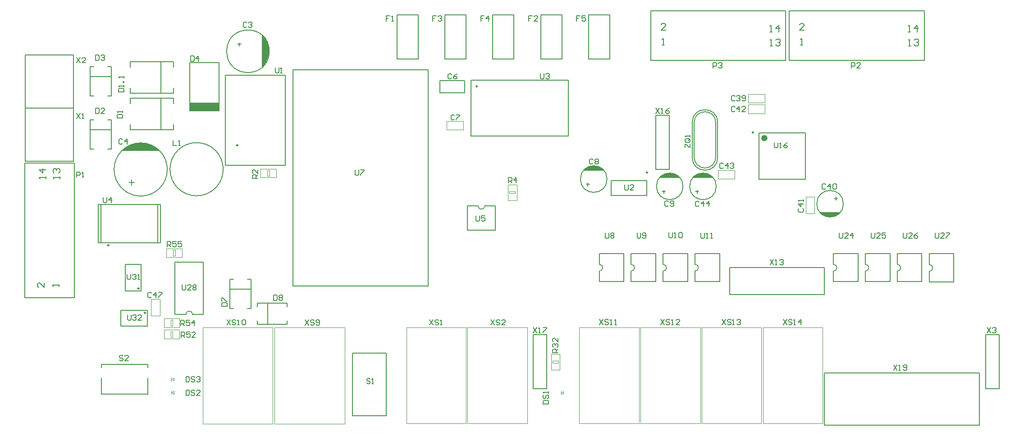
<source format=gto>
G04 Layer_Color=65535*
%FSLAX42Y42*%
%MOMM*%
G71*
G01*
G75*
%ADD32C,0.25*%
%ADD34C,0.60*%
%ADD41C,0.25*%
%ADD66C,0.18*%
%ADD67C,0.20*%
%ADD68C,0.10*%
%ADD69C,0.20*%
%ADD70R,5.50X1.50*%
G36*
X12313Y3918D02*
X12361Y3903D01*
X12406Y3880D01*
X12445Y3848D01*
X12453Y3838D01*
X12072Y3838D01*
X12072Y3838D01*
X12080Y3848D01*
X12119Y3880D01*
X12164Y3903D01*
X12212Y3918D01*
X12262Y3923D01*
X12313Y3918D01*
D02*
G37*
G36*
X11688D02*
X11736Y3903D01*
X11781Y3880D01*
X11820Y3848D01*
X11828Y3838D01*
X11447Y3838D01*
X11447Y3838D01*
X11455Y3848D01*
X11494Y3880D01*
X11539Y3903D01*
X11587Y3918D01*
X11637Y3923D01*
X11688Y3918D01*
D02*
G37*
G36*
X14840Y3190D02*
X14832Y3180D01*
X14793Y3148D01*
X14749Y3124D01*
X14700Y3109D01*
X14650Y3104D01*
X14600Y3109D01*
X14551Y3124D01*
X14507Y3148D01*
X14468Y3180D01*
X14460Y3190D01*
X14840Y3190D01*
X14840Y3190D01*
D02*
G37*
G36*
X3988Y6511D02*
X4024Y6471D01*
X4054Y6426D01*
X4078Y6377D01*
X4095Y6326D01*
X4106Y6273D01*
X4109Y6219D01*
X4106Y6165D01*
X4095Y6112D01*
X4078Y6060D01*
X4054Y6012D01*
X4024Y5967D01*
X3988Y5926D01*
X3973Y5912D01*
X3972Y6525D01*
X3973Y6525D01*
X3988Y6511D01*
D02*
G37*
G36*
X1774Y4492D02*
X1836Y4480D01*
X1895Y4459D01*
X1952Y4432D01*
X2004Y4397D01*
X2052Y4355D01*
X2060Y4345D01*
X1343Y4345D01*
X1342Y4345D01*
X1352Y4356D01*
X1399Y4397D01*
X1451Y4432D01*
X1507Y4460D01*
X1566Y4480D01*
X1628Y4492D01*
X1690Y4496D01*
X1700Y4495D01*
X1700Y4495D01*
X1711Y4496D01*
X1774Y4492D01*
D02*
G37*
G36*
X10260Y4056D02*
X10309Y4041D01*
X10353Y4017D01*
X10392Y3985D01*
X10400Y3975D01*
X10020Y3975D01*
X10020Y3975D01*
X10028Y3985D01*
X10067Y4017D01*
X10111Y4041D01*
X10160Y4056D01*
X10210Y4061D01*
X10260Y4056D01*
D02*
G37*
D32*
X1790Y1300D02*
G03*
X1790Y1300I-12J0D01*
G01*
X1670Y1758D02*
G03*
X1670Y1758I-12J0D01*
G01*
X13210Y4692D02*
G03*
X13210Y4692I-12J0D01*
G01*
X3525Y4450D02*
G03*
X3525Y4450I-12J0D01*
G01*
X11220Y3938D02*
G03*
X11220Y3938I-12J0D01*
G01*
X8021Y5558D02*
G03*
X8021Y5558I-12J0D01*
G01*
D34*
X13445Y4585D02*
G03*
X13445Y4585I-30J0D01*
G01*
D41*
X1103Y2570D02*
G03*
X1103Y2570I-13J0D01*
G01*
D66*
X12503Y4876D02*
G03*
X12097Y4878I-203J1D01*
G01*
X12097Y4226D02*
G03*
X12503Y4225I203J-1D01*
G01*
X12539Y4880D02*
G03*
X12061Y4880I-239J-0D01*
G01*
Y4220D02*
G03*
X12539Y4220I239J0D01*
G01*
X12503Y4225D02*
Y4876D01*
X12097Y4226D02*
Y4878D01*
X12539Y4220D02*
Y4879D01*
X12061Y4220D02*
Y4879D01*
D67*
X2674Y1270D02*
G03*
X2547Y1270I-63J0D01*
G01*
X16515Y2082D02*
G03*
X16515Y2209I0J63D01*
G01*
X15914Y2086D02*
G03*
X15914Y2213I0J63D01*
G01*
X15314Y2086D02*
G03*
X15314Y2213I0J63D01*
G01*
X14714Y2086D02*
G03*
X14714Y2213I0J63D01*
G01*
X12114Y2087D02*
G03*
X12114Y2214I0J63D01*
G01*
X11514Y2086D02*
G03*
X11514Y2214I0J63D01*
G01*
X10914Y2086D02*
G03*
X10914Y2214I0J63D01*
G01*
X10314Y2086D02*
G03*
X10314Y2214I0J63D01*
G01*
X8037Y3311D02*
G03*
X8164Y3311I63J0D01*
G01*
X3250Y4000D02*
G03*
X3250Y4000I-500J0D01*
G01*
X12512Y3678D02*
G03*
X12512Y3678I-250J0D01*
G01*
X1700Y4495D02*
G03*
X1700Y4495I0J-500D01*
G01*
X4115Y6217D02*
G03*
X4115Y6217I-400J0D01*
G01*
X11888Y3678D02*
G03*
X11888Y3678I-250J0D01*
G01*
X10460Y3815D02*
G03*
X10460Y3815I-250J0D01*
G01*
X14900Y3350D02*
G03*
X14900Y3350I-250J0D01*
G01*
X2620Y5100D02*
X2620Y6000D01*
X3170Y5100D02*
Y6000D01*
X2620D02*
X3170D01*
X2620Y5100D02*
X3170D01*
X10113Y6068D02*
Y6903D01*
Y6068D02*
X10513Y6068D01*
Y6903D01*
X10113Y6903D02*
X10513Y6903D01*
X1328Y1050D02*
Y1350D01*
X1828Y1050D02*
Y1350D01*
X1328Y1050D02*
X1828D01*
X1328Y1350D02*
X1828D01*
X1408Y2208D02*
X1708D01*
X1408Y1708D02*
X1708D01*
X1408D02*
Y2208D01*
X1708Y1708D02*
Y2208D01*
X2345Y1270D02*
Y2250D01*
X2875Y1270D02*
Y2250D01*
X2345D02*
X2875D01*
X2345Y1270D02*
X2547D01*
X2674D02*
X2875D01*
X16515Y2410D02*
X16976D01*
X16515Y1880D02*
X16976Y1880D01*
X16976Y2410D02*
X16976Y1880D01*
X16515Y2209D02*
X16515Y2410D01*
X16515Y2082D02*
X16515Y1880D01*
X15914Y2415D02*
X16375D01*
X15914Y1885D02*
X16375Y1885D01*
X16375Y2415D02*
X16375Y1885D01*
X15914Y2213D02*
Y2415D01*
Y1885D02*
Y2086D01*
X15314Y2415D02*
X15775Y2415D01*
X15314Y1885D02*
X15775Y1885D01*
Y2415D01*
X15314Y2213D02*
Y2415D01*
Y1885D02*
X15314Y2086D01*
X14714Y2415D02*
X15175D01*
X14714Y1885D02*
X15175Y1885D01*
X15175Y2415D02*
X15175Y1885D01*
X14714Y2213D02*
X14714Y2415D01*
X14714Y1885D02*
X14714Y2086D01*
X13315Y3815D02*
X14185D01*
X13315Y4685D02*
X14185D01*
Y3815D02*
Y4685D01*
X13315Y3815D02*
Y4685D01*
X12114Y2415D02*
X12575Y2415D01*
X12114Y1885D02*
X12575D01*
Y2415D01*
X12114Y2214D02*
Y2415D01*
X12114Y2086D02*
X12114Y1885D01*
X11514Y2415D02*
X11975D01*
X11514Y1885D02*
X11975Y1885D01*
X11975Y2415D02*
X11975Y1885D01*
X11514Y2214D02*
Y2415D01*
Y1885D02*
Y2086D01*
X10914Y2415D02*
X11375D01*
X10914Y1885D02*
X11375D01*
Y2415D01*
X10914D02*
X10914Y2214D01*
X10914Y1885D02*
X10914Y2086D01*
X10314Y2415D02*
X10775D01*
X10314Y1885D02*
X10775Y1885D01*
Y2415D01*
X10314Y2214D02*
Y2415D01*
Y1885D02*
Y2086D01*
X4560Y5668D02*
Y5768D01*
X4560Y5868D02*
X7100D01*
X7100Y1808D01*
X4560Y1808D02*
X7100Y1808D01*
X4560Y1808D02*
Y5868D01*
X8365Y3311D02*
X8365Y2850D01*
X7835Y2850D02*
Y3311D01*
Y2850D02*
X8365Y2850D01*
X8164Y3311D02*
X8365D01*
X7835Y3311D02*
X8036Y3311D01*
X903Y2620D02*
X2071Y2620D01*
X2071Y3340D02*
X2071Y2620D01*
X903Y3340D02*
X2071Y3340D01*
X903Y2620D02*
Y3340D01*
X953Y2620D02*
Y3340D01*
X2023Y2620D02*
X2023Y3340D01*
X1003Y2620D02*
X1103D01*
X3290Y5767D02*
X4415D01*
Y4070D02*
Y5767D01*
X3290Y4070D02*
X3290Y5767D01*
X3290Y4070D02*
X4415D01*
X1838Y275D02*
Y330D01*
X1838Y-230D02*
Y75D01*
X963Y-230D02*
Y75D01*
X963D01*
X963Y275D02*
Y330D01*
Y-230D02*
X1838D01*
X963Y330D02*
X1838D01*
X5677Y-631D02*
Y546D01*
Y-631D02*
X6312D01*
Y546D01*
X5677D02*
X6312D01*
X8313Y6068D02*
Y6903D01*
Y6068D02*
X8713Y6068D01*
Y6903D01*
X8313Y6903D02*
X8713Y6903D01*
X7413Y6068D02*
Y6903D01*
Y6068D02*
X7813Y6068D01*
Y6903D01*
X7413Y6903D02*
X7813Y6903D01*
X9213Y6068D02*
Y6903D01*
Y6068D02*
X9613D01*
Y6903D01*
X9213D02*
X9613D01*
X6513Y6068D02*
Y6903D01*
Y6068D02*
X6913D01*
Y6903D01*
X6513D02*
X6913D01*
X4083Y1082D02*
Y1482D01*
X3892D02*
X3892Y1412D01*
X3892Y1082D02*
X3892Y1152D01*
X4447Y1412D02*
Y1482D01*
Y1082D02*
Y1152D01*
X3892Y1482D02*
X4447D01*
X3892Y1082D02*
X4447D01*
X3375Y1745D02*
X3775D01*
X3705Y1935D02*
X3775D01*
X3375D02*
X3445D01*
X3705Y1380D02*
X3775D01*
X3375D02*
X3445D01*
X3775D02*
Y1935D01*
X3375Y1380D02*
Y1935D01*
X750Y5740D02*
X1150D01*
X1080Y5930D02*
X1150D01*
X750D02*
X820D01*
X1080Y5375D02*
X1150D01*
X750D02*
X820D01*
X1150D02*
Y5930D01*
X750Y5375D02*
Y5930D01*
Y4740D02*
X1150D01*
X1080Y4930D02*
X1150D01*
X750D02*
X820D01*
X1080Y4375D02*
X1150D01*
X750D02*
X820D01*
X1150D02*
Y4930D01*
X750Y4375D02*
Y4930D01*
X2083Y4745D02*
Y5335D01*
X1507D02*
X2317D01*
X1505Y4745D02*
X2315D01*
X1505D02*
Y4845D01*
X1507Y5235D02*
Y5335D01*
X2317Y5233D02*
Y5335D01*
X2315Y4745D02*
X2315Y4845D01*
X12122Y3578D02*
X12182D01*
X12153Y3608D02*
X12153Y3547D01*
X1480Y3750D02*
X1580D01*
X1530Y3700D02*
Y3800D01*
X3553Y6320D02*
Y6380D01*
X3522Y6350D02*
X3583D01*
X2083Y5430D02*
Y6020D01*
X1507D02*
X2317D01*
X1505Y5430D02*
X2315D01*
X1505D02*
Y5530D01*
X1507Y5920D02*
Y6020D01*
X2317Y5917D02*
Y6020D01*
X2315Y5430D02*
X2315Y5530D01*
X7320Y5435D02*
Y5665D01*
X7785Y5435D02*
Y5665D01*
X7320Y5435D02*
X7785D01*
X7320Y5665D02*
X7785D01*
X10538Y3508D02*
Y3788D01*
X11207Y3508D02*
Y3788D01*
X10538Y3508D02*
X11207D01*
X10538Y3788D02*
X11207D01*
X11497Y3578D02*
X11557D01*
X11528Y3608D02*
X11528Y3547D01*
X10070Y3715D02*
X10130D01*
X10100Y3745D02*
X10100Y3685D01*
X14730Y3450D02*
X14790D01*
X14760Y3420D02*
Y3480D01*
X9734Y4622D02*
Y5672D01*
X7908Y4622D02*
Y5672D01*
Y4622D02*
X9734D01*
X7908Y5672D02*
X9734D01*
X-470Y5150D02*
X-50D01*
X-470Y4150D02*
Y5150D01*
Y4150D02*
X440D01*
Y5150D01*
X-50D02*
X440D01*
X-470Y6150D02*
X-50D01*
X-470Y5150D02*
Y6150D01*
Y5150D02*
X440D01*
Y6150D01*
X-50D02*
X440D01*
X13818Y6050D02*
Y6975D01*
X11282Y6050D02*
X13818D01*
X11282D02*
Y6975D01*
X13818D01*
X16418Y6050D02*
Y6975D01*
X13882Y6050D02*
X16418D01*
X13882D02*
Y6975D01*
X16418D01*
X-475Y4118D02*
X450D01*
Y1582D02*
Y4118D01*
X-475Y1582D02*
X450D01*
X-475D02*
Y4118D01*
X14539Y1646D02*
Y2153D01*
X12761Y2154D02*
X14539D01*
X12761Y1646D02*
Y2153D01*
Y1646D02*
X14539D01*
X17455Y-810D02*
Y170D01*
X14545D02*
X17455D01*
X14545Y-810D02*
Y170D01*
Y-810D02*
X17455D01*
X17573Y-127D02*
X17827D01*
X17573D02*
Y889D01*
X17827Y-127D02*
Y889D01*
X17573D02*
X17827D01*
X11378Y5017D02*
X11632D01*
Y4001D02*
Y5017D01*
X11378Y4001D02*
Y5017D01*
Y4001D02*
X11632D01*
X9073Y-127D02*
X9327D01*
X9073D02*
Y889D01*
X9327Y-127D02*
Y889D01*
X9073D02*
X9327D01*
X2635Y6130D02*
Y6030D01*
X2685D01*
X2702Y6047D01*
Y6113D01*
X2685Y6130D01*
X2635D01*
X2785Y6030D02*
Y6130D01*
X2735Y6080D01*
X2802D01*
X9954Y6885D02*
X9888D01*
Y6835D01*
X9921D01*
X9888D01*
Y6785D01*
X10054Y6885D02*
X9987D01*
Y6835D01*
X10021Y6852D01*
X10037D01*
X10054Y6835D01*
Y6802D01*
X10037Y6785D01*
X10004D01*
X9987Y6802D01*
X11923Y4408D02*
Y4474D01*
X11939D01*
X12006Y4408D01*
X12022D01*
Y4474D01*
X12006Y4574D02*
X11939D01*
X11923Y4557D01*
Y4524D01*
X11939Y4507D01*
X12006D01*
X12022Y4524D01*
Y4557D01*
X11989Y4541D02*
X12022Y4574D01*
Y4557D02*
X12006Y4574D01*
X12022Y4607D02*
Y4641D01*
Y4624D01*
X11923D01*
X11939Y4607D01*
X3320Y1172D02*
X3387Y1073D01*
Y1172D02*
X3320Y1073D01*
X3487Y1156D02*
X3470Y1172D01*
X3437D01*
X3420Y1156D01*
Y1139D01*
X3437Y1122D01*
X3470D01*
X3487Y1106D01*
Y1089D01*
X3470Y1073D01*
X3437D01*
X3420Y1089D01*
X3520Y1073D02*
X3553D01*
X3537D01*
Y1172D01*
X3520Y1156D01*
X3603D02*
X3620Y1172D01*
X3653D01*
X3670Y1156D01*
Y1089D01*
X3653Y1073D01*
X3620D01*
X3603Y1089D01*
Y1156D01*
X4792Y1167D02*
X4859Y1068D01*
Y1167D02*
X4792Y1068D01*
X4959Y1151D02*
X4942Y1167D01*
X4909D01*
X4892Y1151D01*
Y1134D01*
X4909Y1117D01*
X4942D01*
X4959Y1101D01*
Y1084D01*
X4942Y1068D01*
X4909D01*
X4892Y1084D01*
X4992D02*
X5009Y1068D01*
X5042D01*
X5059Y1084D01*
Y1151D01*
X5042Y1167D01*
X5009D01*
X4992Y1151D01*
Y1134D01*
X5009Y1117D01*
X5059D01*
X8277Y1172D02*
X8344Y1072D01*
Y1172D02*
X8277Y1072D01*
X8444Y1155D02*
X8427Y1172D01*
X8394D01*
X8377Y1155D01*
Y1138D01*
X8394Y1122D01*
X8427D01*
X8444Y1105D01*
Y1088D01*
X8427Y1072D01*
X8394D01*
X8377Y1088D01*
X8544Y1072D02*
X8477D01*
X8544Y1138D01*
Y1155D01*
X8527Y1172D01*
X8494D01*
X8477Y1155D01*
X7127Y1172D02*
X7193Y1072D01*
Y1172D02*
X7127Y1072D01*
X7293Y1155D02*
X7277Y1172D01*
X7243D01*
X7227Y1155D01*
Y1138D01*
X7243Y1122D01*
X7277D01*
X7293Y1105D01*
Y1088D01*
X7277Y1072D01*
X7243D01*
X7227Y1088D01*
X7326Y1072D02*
X7360D01*
X7343D01*
Y1172D01*
X7326Y1155D01*
X9075Y1025D02*
X9142Y925D01*
Y1025D02*
X9075Y925D01*
X9175D02*
X9208D01*
X9192D01*
Y1025D01*
X9175Y1008D01*
X9258Y1025D02*
X9325D01*
Y1008D01*
X9258Y942D01*
Y925D01*
X11380Y5150D02*
X11447Y5050D01*
Y5150D02*
X11380Y5050D01*
X11480D02*
X11513D01*
X11497D01*
Y5150D01*
X11480Y5133D01*
X11630Y5150D02*
X11597Y5133D01*
X11563Y5100D01*
Y5067D01*
X11580Y5050D01*
X11613D01*
X11630Y5067D01*
Y5083D01*
X11613Y5100D01*
X11563D01*
X13523Y2302D02*
X13589Y2202D01*
Y2302D02*
X13523Y2202D01*
X13622D02*
X13656D01*
X13639D01*
Y2302D01*
X13622Y2286D01*
X13706D02*
X13722Y2302D01*
X13756D01*
X13772Y2286D01*
Y2269D01*
X13756Y2252D01*
X13739D01*
X13756D01*
X13772Y2236D01*
Y2219D01*
X13756Y2202D01*
X13722D01*
X13706Y2219D01*
X17600Y1025D02*
X17667Y925D01*
Y1025D02*
X17600Y925D01*
X17700Y1008D02*
X17717Y1025D01*
X17750D01*
X17767Y1008D01*
Y992D01*
X17750Y975D01*
X17733D01*
X17750D01*
X17767Y958D01*
Y942D01*
X17750Y925D01*
X17717D01*
X17700Y942D01*
X500Y6100D02*
X567Y6000D01*
Y6100D02*
X500Y6000D01*
X667D02*
X600D01*
X667Y6067D01*
Y6083D01*
X650Y6100D01*
X617D01*
X600Y6083D01*
X500Y5050D02*
X567Y4950D01*
Y5050D02*
X500Y4950D01*
X600D02*
X633D01*
X617D01*
Y5050D01*
X600Y5033D01*
X1450Y1260D02*
Y1177D01*
X1467Y1160D01*
X1500D01*
X1517Y1177D01*
Y1260D01*
X1550Y1243D02*
X1567Y1260D01*
X1600D01*
X1617Y1243D01*
Y1227D01*
X1600Y1210D01*
X1583D01*
X1600D01*
X1617Y1193D01*
Y1177D01*
X1600Y1160D01*
X1567D01*
X1550Y1177D01*
X1717Y1160D02*
X1650D01*
X1717Y1227D01*
Y1243D01*
X1700Y1260D01*
X1667D01*
X1650Y1243D01*
X1448Y2027D02*
Y1944D01*
X1464Y1928D01*
X1497D01*
X1514Y1944D01*
Y2027D01*
X1547Y2011D02*
X1564Y2027D01*
X1597D01*
X1614Y2011D01*
Y1994D01*
X1597Y1977D01*
X1581D01*
X1597D01*
X1614Y1961D01*
Y1944D01*
X1597Y1928D01*
X1564D01*
X1547Y1944D01*
X1647Y1928D02*
X1681D01*
X1664D01*
Y2027D01*
X1647Y2011D01*
X2478Y1827D02*
Y1744D01*
X2494Y1728D01*
X2527D01*
X2544Y1744D01*
Y1827D01*
X2644Y1728D02*
X2577D01*
X2644Y1794D01*
Y1811D01*
X2627Y1827D01*
X2594D01*
X2577Y1811D01*
X2677D02*
X2694Y1827D01*
X2727D01*
X2744Y1811D01*
Y1794D01*
X2727Y1777D01*
X2744Y1761D01*
Y1744D01*
X2727Y1728D01*
X2694D01*
X2677Y1744D01*
Y1761D01*
X2694Y1777D01*
X2677Y1794D01*
Y1811D01*
X2694Y1777D02*
X2727D01*
X16625Y2800D02*
Y2717D01*
X16642Y2700D01*
X16675D01*
X16692Y2717D01*
Y2800D01*
X16792Y2700D02*
X16725D01*
X16792Y2767D01*
Y2783D01*
X16775Y2800D01*
X16742D01*
X16725Y2783D01*
X16825Y2800D02*
X16892D01*
Y2783D01*
X16825Y2717D01*
Y2700D01*
X16025Y2800D02*
Y2717D01*
X16042Y2700D01*
X16075D01*
X16092Y2717D01*
Y2800D01*
X16192Y2700D02*
X16125D01*
X16192Y2767D01*
Y2783D01*
X16175Y2800D01*
X16142D01*
X16125Y2783D01*
X16292Y2800D02*
X16258Y2783D01*
X16225Y2750D01*
Y2717D01*
X16242Y2700D01*
X16275D01*
X16292Y2717D01*
Y2733D01*
X16275Y2750D01*
X16225D01*
X15425Y2800D02*
Y2717D01*
X15442Y2700D01*
X15475D01*
X15492Y2717D01*
Y2800D01*
X15592Y2700D02*
X15525D01*
X15592Y2767D01*
Y2783D01*
X15575Y2800D01*
X15542D01*
X15525Y2783D01*
X15692Y2800D02*
X15625D01*
Y2750D01*
X15658Y2767D01*
X15675D01*
X15692Y2750D01*
Y2717D01*
X15675Y2700D01*
X15642D01*
X15625Y2717D01*
X14825Y2800D02*
Y2717D01*
X14842Y2700D01*
X14875D01*
X14892Y2717D01*
Y2800D01*
X14992Y2700D02*
X14925D01*
X14992Y2767D01*
Y2783D01*
X14975Y2800D01*
X14942D01*
X14925Y2783D01*
X15075Y2700D02*
Y2800D01*
X15025Y2750D01*
X15092D01*
X13600Y4500D02*
Y4417D01*
X13617Y4400D01*
X13650D01*
X13667Y4417D01*
Y4500D01*
X13700Y4400D02*
X13733D01*
X13717D01*
Y4500D01*
X13700Y4483D01*
X13850Y4500D02*
X13817Y4483D01*
X13783Y4450D01*
Y4417D01*
X13800Y4400D01*
X13833D01*
X13850Y4417D01*
Y4433D01*
X13833Y4450D01*
X13783D01*
X12225Y2800D02*
Y2717D01*
X12242Y2700D01*
X12275D01*
X12292Y2717D01*
Y2800D01*
X12325Y2700D02*
X12358D01*
X12342D01*
Y2800D01*
X12325Y2783D01*
X12408Y2700D02*
X12442D01*
X12425D01*
Y2800D01*
X12408Y2783D01*
X11625Y2811D02*
Y2728D01*
X11641Y2711D01*
X11675D01*
X11691Y2728D01*
Y2811D01*
X11725Y2711D02*
X11758D01*
X11741D01*
Y2811D01*
X11725Y2795D01*
X11808D02*
X11825Y2811D01*
X11858D01*
X11875Y2795D01*
Y2728D01*
X11858Y2711D01*
X11825D01*
X11808Y2728D01*
Y2795D01*
X11025Y2800D02*
Y2717D01*
X11042Y2700D01*
X11075D01*
X11092Y2717D01*
Y2800D01*
X11125Y2717D02*
X11142Y2700D01*
X11175D01*
X11192Y2717D01*
Y2783D01*
X11175Y2800D01*
X11142D01*
X11125Y2783D01*
Y2767D01*
X11142Y2750D01*
X11192D01*
X10425Y2800D02*
Y2717D01*
X10442Y2700D01*
X10475D01*
X10492Y2717D01*
Y2800D01*
X10525Y2783D02*
X10542Y2800D01*
X10575D01*
X10592Y2783D01*
Y2767D01*
X10575Y2750D01*
X10592Y2733D01*
Y2717D01*
X10575Y2700D01*
X10542D01*
X10525Y2717D01*
Y2733D01*
X10542Y2750D01*
X10525Y2767D01*
Y2783D01*
X10542Y2750D02*
X10575D01*
X5730Y3985D02*
Y3902D01*
X5747Y3885D01*
X5780D01*
X5797Y3902D01*
Y3985D01*
X5830D02*
X5897D01*
Y3968D01*
X5830Y3902D01*
Y3885D01*
X8000Y3125D02*
Y3042D01*
X8017Y3025D01*
X8050D01*
X8067Y3042D01*
Y3125D01*
X8167D02*
X8100D01*
Y3075D01*
X8133Y3092D01*
X8150D01*
X8167Y3075D01*
Y3042D01*
X8150Y3025D01*
X8117D01*
X8100Y3042D01*
X998Y3470D02*
Y3387D01*
X1014Y3370D01*
X1047D01*
X1064Y3387D01*
Y3470D01*
X1147Y3370D02*
Y3470D01*
X1097Y3420D01*
X1164D01*
X9207Y5802D02*
Y5719D01*
X9224Y5703D01*
X9257D01*
X9274Y5719D01*
Y5802D01*
X9307Y5786D02*
X9324Y5802D01*
X9357D01*
X9374Y5786D01*
Y5769D01*
X9357Y5752D01*
X9341D01*
X9357D01*
X9374Y5736D01*
Y5719D01*
X9357Y5703D01*
X9324D01*
X9307Y5719D01*
X10793Y3707D02*
Y3624D01*
X10809Y3608D01*
X10842D01*
X10859Y3624D01*
Y3707D01*
X10959Y3608D02*
X10892D01*
X10959Y3674D01*
Y3691D01*
X10942Y3707D01*
X10909D01*
X10892Y3691D01*
X4228Y5907D02*
Y5824D01*
X4244Y5808D01*
X4277D01*
X4294Y5824D01*
Y5907D01*
X4327Y5808D02*
X4361D01*
X4344D01*
Y5907D01*
X4327Y5891D01*
X1367Y483D02*
X1350Y500D01*
X1317D01*
X1300Y483D01*
Y467D01*
X1317Y450D01*
X1350D01*
X1367Y433D01*
Y417D01*
X1350Y400D01*
X1317D01*
X1300Y417D01*
X1467Y400D02*
X1400D01*
X1467Y467D01*
Y483D01*
X1450Y500D01*
X1417D01*
X1400Y483D01*
X6012Y48D02*
X5995Y65D01*
X5962D01*
X5945Y48D01*
Y32D01*
X5962Y15D01*
X5995D01*
X6012Y-2D01*
Y-18D01*
X5995Y-35D01*
X5962D01*
X5945Y-18D01*
X6045Y-35D02*
X6078D01*
X6062D01*
Y65D01*
X6045Y48D01*
X2200Y2543D02*
Y2642D01*
X2250D01*
X2267Y2626D01*
Y2592D01*
X2250Y2576D01*
X2200D01*
X2233D02*
X2267Y2543D01*
X2367Y2642D02*
X2300D01*
Y2592D01*
X2333Y2609D01*
X2350D01*
X2367Y2592D01*
Y2559D01*
X2350Y2543D01*
X2317D01*
X2300Y2559D01*
X2467Y2642D02*
X2400D01*
Y2592D01*
X2433Y2609D01*
X2450D01*
X2467Y2592D01*
Y2559D01*
X2450Y2543D01*
X2417D01*
X2400Y2559D01*
X2455Y1058D02*
Y1157D01*
X2505D01*
X2522Y1141D01*
Y1107D01*
X2505Y1091D01*
X2455D01*
X2488D02*
X2522Y1058D01*
X2622Y1157D02*
X2555D01*
Y1107D01*
X2588Y1124D01*
X2605D01*
X2622Y1107D01*
Y1074D01*
X2605Y1058D01*
X2572D01*
X2555Y1074D01*
X2705Y1058D02*
Y1157D01*
X2655Y1107D01*
X2722D01*
X2460Y840D02*
Y940D01*
X2510D01*
X2527Y923D01*
Y890D01*
X2510Y873D01*
X2460D01*
X2493D02*
X2527Y840D01*
X2627Y940D02*
X2560D01*
Y890D01*
X2593Y907D01*
X2610D01*
X2627Y890D01*
Y857D01*
X2610Y840D01*
X2577D01*
X2560Y857D01*
X2727Y840D02*
X2660D01*
X2727Y907D01*
Y923D01*
X2710Y940D01*
X2677D01*
X2660Y923D01*
X9535Y555D02*
X9435D01*
Y605D01*
X9452Y622D01*
X9485D01*
X9502Y605D01*
Y555D01*
Y588D02*
X9535Y622D01*
X9452Y655D02*
X9435Y672D01*
Y705D01*
X9452Y722D01*
X9468D01*
X9485Y705D01*
Y688D01*
Y705D01*
X9502Y722D01*
X9518D01*
X9535Y705D01*
Y672D01*
X9518Y655D01*
X9535Y822D02*
Y755D01*
X9468Y822D01*
X9452D01*
X9435Y805D01*
Y772D01*
X9452Y755D01*
X8605Y3742D02*
Y3842D01*
X8655D01*
X8672Y3826D01*
Y3792D01*
X8655Y3776D01*
X8605D01*
X8638D02*
X8672Y3742D01*
X8755D02*
Y3842D01*
X8705Y3792D01*
X8772D01*
X3900Y3825D02*
X3800D01*
Y3875D01*
X3817Y3892D01*
X3850D01*
X3867Y3875D01*
Y3825D01*
Y3858D02*
X3900Y3892D01*
Y3992D02*
Y3925D01*
X3833Y3992D01*
X3817D01*
X3800Y3975D01*
Y3942D01*
X3817Y3925D01*
X500Y3850D02*
Y3950D01*
X550D01*
X567Y3933D01*
Y3900D01*
X550Y3883D01*
X500D01*
X600Y3850D02*
X633D01*
X617D01*
Y3950D01*
X600Y3933D01*
X2308Y4542D02*
Y4442D01*
X2374D01*
X2407D02*
X2441D01*
X2424D01*
Y4542D01*
X2407Y4526D01*
X8154Y6885D02*
X8088D01*
Y6835D01*
X8121D01*
X8088D01*
Y6785D01*
X8237D02*
Y6885D01*
X8187Y6835D01*
X8254D01*
X7254Y6885D02*
X7188D01*
Y6835D01*
X7221D01*
X7188D01*
Y6785D01*
X7287Y6868D02*
X7304Y6885D01*
X7337D01*
X7354Y6868D01*
Y6852D01*
X7337Y6835D01*
X7321D01*
X7337D01*
X7354Y6818D01*
Y6802D01*
X7337Y6785D01*
X7304D01*
X7287Y6802D01*
X9054Y6885D02*
X8988D01*
Y6835D01*
X9021D01*
X8988D01*
Y6785D01*
X9154D02*
X9087D01*
X9154Y6852D01*
Y6868D01*
X9137Y6885D01*
X9104D01*
X9087Y6868D01*
X6379Y6885D02*
X6313D01*
Y6835D01*
X6346D01*
X6313D01*
Y6785D01*
X6412D02*
X6446D01*
X6429D01*
Y6885D01*
X6412Y6868D01*
X2550Y100D02*
Y0D01*
X2600D01*
X2617Y17D01*
Y83D01*
X2600Y100D01*
X2550D01*
X2717Y83D02*
X2700Y100D01*
X2667D01*
X2650Y83D01*
Y67D01*
X2667Y50D01*
X2700D01*
X2717Y33D01*
Y17D01*
X2700Y0D01*
X2667D01*
X2650Y17D01*
X2750Y83D02*
X2767Y100D01*
X2800D01*
X2817Y83D01*
Y67D01*
X2800Y50D01*
X2783D01*
X2800D01*
X2817Y33D01*
Y17D01*
X2800Y0D01*
X2767D01*
X2750Y17D01*
X2550Y-150D02*
Y-250D01*
X2600D01*
X2617Y-233D01*
Y-167D01*
X2600Y-150D01*
X2550D01*
X2717Y-167D02*
X2700Y-150D01*
X2667D01*
X2650Y-167D01*
Y-183D01*
X2667Y-200D01*
X2700D01*
X2717Y-217D01*
Y-233D01*
X2700Y-250D01*
X2667D01*
X2650Y-233D01*
X2817Y-250D02*
X2750D01*
X2817Y-183D01*
Y-167D01*
X2800Y-150D01*
X2767D01*
X2750Y-167D01*
X9263Y-410D02*
X9362D01*
Y-360D01*
X9346Y-343D01*
X9279D01*
X9263Y-360D01*
Y-410D01*
X9279Y-243D02*
X9263Y-260D01*
Y-293D01*
X9279Y-310D01*
X9296D01*
X9313Y-293D01*
Y-260D01*
X9329Y-243D01*
X9346D01*
X9362Y-260D01*
Y-293D01*
X9346Y-310D01*
X9362Y-210D02*
Y-177D01*
Y-193D01*
X9263D01*
X9279Y-210D01*
X4195Y1632D02*
Y1532D01*
X4245D01*
X4262Y1549D01*
Y1616D01*
X4245Y1632D01*
X4195D01*
X4295Y1616D02*
X4312Y1632D01*
X4345D01*
X4362Y1616D01*
Y1599D01*
X4345Y1582D01*
X4362Y1566D01*
Y1549D01*
X4345Y1532D01*
X4312D01*
X4295Y1549D01*
Y1566D01*
X4312Y1582D01*
X4295Y1599D01*
Y1616D01*
X4312Y1582D02*
X4345D01*
X3225Y1420D02*
X3325D01*
Y1470D01*
X3308Y1487D01*
X3242D01*
X3225Y1470D01*
Y1420D01*
Y1520D02*
Y1587D01*
X3242D01*
X3308Y1520D01*
X3325D01*
X850Y6150D02*
Y6050D01*
X900D01*
X917Y6067D01*
Y6133D01*
X900Y6150D01*
X850D01*
X950Y6133D02*
X967Y6150D01*
X1000D01*
X1017Y6133D01*
Y6117D01*
X1000Y6100D01*
X983D01*
X1000D01*
X1017Y6083D01*
Y6067D01*
X1000Y6050D01*
X967D01*
X950Y6067D01*
X850Y5150D02*
Y5050D01*
X900D01*
X917Y5067D01*
Y5133D01*
X900Y5150D01*
X850D01*
X1017Y5050D02*
X950D01*
X1017Y5117D01*
Y5133D01*
X1000Y5150D01*
X967D01*
X950Y5133D01*
X1258Y4965D02*
X1358D01*
Y5015D01*
X1341Y5032D01*
X1274D01*
X1258Y5015D01*
Y4965D01*
X1358Y5065D02*
Y5098D01*
Y5082D01*
X1258D01*
X1274Y5065D01*
X1904Y1666D02*
X1887Y1682D01*
X1854D01*
X1838Y1666D01*
Y1599D01*
X1854Y1583D01*
X1887D01*
X1904Y1599D01*
X1987Y1583D02*
Y1682D01*
X1937Y1632D01*
X2004D01*
X2037Y1682D02*
X2104D01*
Y1666D01*
X2037Y1599D01*
Y1583D01*
X12189Y3383D02*
X12172Y3400D01*
X12139D01*
X12122Y3383D01*
Y3317D01*
X12139Y3300D01*
X12172D01*
X12189Y3317D01*
X12272Y3300D02*
Y3400D01*
X12222Y3350D01*
X12289D01*
X12372Y3300D02*
Y3400D01*
X12322Y3350D01*
X12389D01*
X12644Y4098D02*
X12627Y4115D01*
X12594D01*
X12578Y4098D01*
Y4032D01*
X12594Y4015D01*
X12627D01*
X12644Y4032D01*
X12727Y4015D02*
Y4115D01*
X12677Y4065D01*
X12744D01*
X12777Y4098D02*
X12794Y4115D01*
X12827D01*
X12844Y4098D01*
Y4082D01*
X12827Y4065D01*
X12811D01*
X12827D01*
X12844Y4048D01*
Y4032D01*
X12827Y4015D01*
X12794D01*
X12777Y4032D01*
X12862Y5166D02*
X12845Y5182D01*
X12812D01*
X12795Y5166D01*
Y5099D01*
X12812Y5083D01*
X12845D01*
X12862Y5099D01*
X12945Y5083D02*
Y5182D01*
X12895Y5132D01*
X12962D01*
X13062Y5083D02*
X12995D01*
X13062Y5149D01*
Y5166D01*
X13045Y5182D01*
X13012D01*
X12995Y5166D01*
X14072Y3259D02*
X14055Y3242D01*
Y3209D01*
X14072Y3192D01*
X14138D01*
X14155Y3209D01*
Y3242D01*
X14138Y3259D01*
X14155Y3342D02*
X14055D01*
X14105Y3292D01*
Y3359D01*
X14155Y3392D02*
Y3426D01*
Y3409D01*
X14055D01*
X14072Y3392D01*
X14567Y3708D02*
X14550Y3725D01*
X14517D01*
X14500Y3708D01*
Y3642D01*
X14517Y3625D01*
X14550D01*
X14567Y3642D01*
X14650Y3625D02*
Y3725D01*
X14600Y3675D01*
X14667D01*
X14700Y3708D02*
X14717Y3725D01*
X14750D01*
X14767Y3708D01*
Y3642D01*
X14750Y3625D01*
X14717D01*
X14700Y3642D01*
Y3708D01*
X12862Y5366D02*
X12845Y5382D01*
X12812D01*
X12795Y5366D01*
Y5299D01*
X12812Y5283D01*
X12845D01*
X12862Y5299D01*
X12895Y5366D02*
X12912Y5382D01*
X12945D01*
X12962Y5366D01*
Y5349D01*
X12945Y5332D01*
X12928D01*
X12945D01*
X12962Y5316D01*
Y5299D01*
X12945Y5283D01*
X12912D01*
X12895Y5299D01*
X12995D02*
X13012Y5283D01*
X13045D01*
X13062Y5299D01*
Y5366D01*
X13045Y5382D01*
X13012D01*
X12995Y5366D01*
Y5349D01*
X13012Y5332D01*
X13062D01*
X11612Y3386D02*
X11595Y3402D01*
X11562D01*
X11545Y3386D01*
Y3319D01*
X11562Y3303D01*
X11595D01*
X11612Y3319D01*
X11645D02*
X11662Y3303D01*
X11695D01*
X11712Y3319D01*
Y3386D01*
X11695Y3402D01*
X11662D01*
X11645Y3386D01*
Y3369D01*
X11662Y3352D01*
X11712D01*
X10197Y4178D02*
X10180Y4195D01*
X10147D01*
X10130Y4178D01*
Y4112D01*
X10147Y4095D01*
X10180D01*
X10197Y4112D01*
X10230Y4178D02*
X10247Y4195D01*
X10280D01*
X10297Y4178D01*
Y4162D01*
X10280Y4145D01*
X10297Y4128D01*
Y4112D01*
X10280Y4095D01*
X10247D01*
X10230Y4112D01*
Y4128D01*
X10247Y4145D01*
X10230Y4162D01*
Y4178D01*
X10247Y4145D02*
X10280D01*
X7594Y5008D02*
X7577Y5025D01*
X7544D01*
X7528Y5008D01*
Y4942D01*
X7544Y4925D01*
X7577D01*
X7594Y4942D01*
X7627Y5025D02*
X7694D01*
Y5008D01*
X7627Y4942D01*
Y4925D01*
X7542Y5778D02*
X7525Y5795D01*
X7492D01*
X7475Y5778D01*
Y5712D01*
X7492Y5695D01*
X7525D01*
X7542Y5712D01*
X7642Y5795D02*
X7608Y5778D01*
X7575Y5745D01*
Y5712D01*
X7592Y5695D01*
X7625D01*
X7642Y5712D01*
Y5728D01*
X7625Y5745D01*
X7575D01*
X1359Y4553D02*
X1342Y4570D01*
X1309D01*
X1293Y4553D01*
Y4487D01*
X1309Y4470D01*
X1342D01*
X1359Y4487D01*
X1442Y4470D02*
Y4570D01*
X1392Y4520D01*
X1459D01*
X3692Y6746D02*
X3675Y6762D01*
X3642D01*
X3625Y6746D01*
Y6679D01*
X3642Y6662D01*
X3675D01*
X3692Y6679D01*
X3725Y6746D02*
X3742Y6762D01*
X3775D01*
X3792Y6746D01*
Y6729D01*
X3775Y6712D01*
X3758D01*
X3775D01*
X3792Y6696D01*
Y6679D01*
X3775Y6662D01*
X3742D01*
X3725Y6679D01*
X1283Y5450D02*
X1382D01*
Y5500D01*
X1366Y5517D01*
X1299D01*
X1283Y5500D01*
Y5450D01*
X1382Y5550D02*
Y5583D01*
Y5567D01*
X1283D01*
X1299Y5550D01*
X1382Y5633D02*
X1366D01*
Y5650D01*
X1382D01*
Y5633D01*
Y5717D02*
Y5750D01*
Y5733D01*
X1283D01*
X1299Y5717D01*
X15050Y5900D02*
Y6000D01*
X15100D01*
X15117Y5983D01*
Y5950D01*
X15100Y5933D01*
X15050D01*
X15217Y5900D02*
X15150D01*
X15217Y5967D01*
Y5983D01*
X15200Y6000D01*
X15167D01*
X15150Y5983D01*
X12450Y5900D02*
Y6000D01*
X12500D01*
X12517Y5983D01*
Y5950D01*
X12500Y5933D01*
X12450D01*
X12550Y5983D02*
X12567Y6000D01*
X12600D01*
X12617Y5983D01*
Y5967D01*
X12600Y5950D01*
X12583D01*
X12600D01*
X12617Y5933D01*
Y5917D01*
X12600Y5900D01*
X12567D01*
X12550Y5917D01*
X15843Y320D02*
X15909Y220D01*
Y320D02*
X15843Y220D01*
X15942D02*
X15976D01*
X15959D01*
Y320D01*
X15942Y303D01*
X16026Y237D02*
X16042Y220D01*
X16076D01*
X16092Y237D01*
Y303D01*
X16076Y320D01*
X16042D01*
X16026Y303D01*
Y287D01*
X16042Y270D01*
X16092D01*
X10320Y1174D02*
X10387Y1074D01*
Y1174D02*
X10320Y1074D01*
X10487Y1158D02*
X10470Y1174D01*
X10437D01*
X10420Y1158D01*
Y1141D01*
X10437Y1124D01*
X10470D01*
X10487Y1108D01*
Y1091D01*
X10470Y1074D01*
X10437D01*
X10420Y1091D01*
X10520Y1074D02*
X10554D01*
X10537D01*
Y1174D01*
X10520Y1158D01*
X10604Y1074D02*
X10637D01*
X10620D01*
Y1174D01*
X10604Y1158D01*
X11471Y1174D02*
X11538Y1074D01*
Y1174D02*
X11471Y1074D01*
X11637Y1158D02*
X11621Y1174D01*
X11588D01*
X11571Y1158D01*
Y1141D01*
X11588Y1124D01*
X11621D01*
X11637Y1108D01*
Y1091D01*
X11621Y1074D01*
X11588D01*
X11571Y1091D01*
X11671Y1074D02*
X11704D01*
X11687D01*
Y1174D01*
X11671Y1158D01*
X11821Y1074D02*
X11754D01*
X11821Y1141D01*
Y1158D01*
X11804Y1174D01*
X11771D01*
X11754Y1158D01*
X12619Y1174D02*
X12686Y1074D01*
Y1174D02*
X12619Y1074D01*
X12786Y1158D02*
X12769Y1174D01*
X12736D01*
X12719Y1158D01*
Y1141D01*
X12736Y1124D01*
X12769D01*
X12786Y1108D01*
Y1091D01*
X12769Y1074D01*
X12736D01*
X12719Y1091D01*
X12819Y1074D02*
X12852D01*
X12836D01*
Y1174D01*
X12819Y1158D01*
X12902D02*
X12919Y1174D01*
X12952D01*
X12969Y1158D01*
Y1141D01*
X12952Y1124D01*
X12936D01*
X12952D01*
X12969Y1108D01*
Y1091D01*
X12952Y1074D01*
X12919D01*
X12902Y1091D01*
X13770Y1174D02*
X13836Y1074D01*
Y1174D02*
X13770Y1074D01*
X13936Y1158D02*
X13920Y1174D01*
X13886D01*
X13870Y1158D01*
Y1141D01*
X13886Y1124D01*
X13920D01*
X13936Y1108D01*
Y1091D01*
X13920Y1074D01*
X13886D01*
X13870Y1091D01*
X13970Y1074D02*
X14003D01*
X13986D01*
Y1174D01*
X13970Y1158D01*
X14103Y1074D02*
Y1174D01*
X14053Y1124D01*
X14119D01*
D68*
X8600Y3712D02*
X8765D01*
X8600Y3417D02*
Y3712D01*
X8765Y3417D02*
X8765Y3712D01*
X8600Y3417D02*
X8765D01*
X8627Y3585D02*
X8738D01*
Y3545D02*
Y3585D01*
X8627Y3545D02*
X8738D01*
X8627D02*
Y3585D01*
X9410Y525D02*
X9575D01*
X9410Y230D02*
Y525D01*
X9575Y230D02*
Y525D01*
X9410Y230D02*
X9575D01*
X9437Y398D02*
X9548D01*
Y357D02*
Y398D01*
X9437Y357D02*
X9548D01*
X9437D02*
Y398D01*
X2180Y2345D02*
Y2510D01*
Y2345D02*
X2475D01*
X2180Y2510D02*
X2475D01*
Y2345D02*
Y2510D01*
X2307Y2372D02*
Y2483D01*
X2348D01*
Y2372D02*
Y2483D01*
X2307Y2372D02*
X2348D01*
X2135Y1028D02*
Y1193D01*
Y1028D02*
X2430D01*
X2135Y1193D02*
X2430D01*
Y1028D02*
Y1193D01*
X2262Y1054D02*
Y1166D01*
X2303D01*
Y1054D02*
Y1166D01*
X2262Y1054D02*
X2303D01*
X2135Y815D02*
Y980D01*
Y815D02*
X2430D01*
X2135Y980D02*
X2430D01*
Y815D02*
Y980D01*
X2262Y842D02*
Y953D01*
X2303D01*
Y842D02*
Y953D01*
X2262Y842D02*
X2303D01*
X3953Y3842D02*
Y4008D01*
Y3842D02*
X4247Y3842D01*
X3953Y4008D02*
X4247Y4008D01*
X4247Y3842D02*
X4247Y4008D01*
X4080Y3869D02*
Y3981D01*
X4120Y3981D01*
Y3869D02*
Y3981D01*
X4080Y3869D02*
X4120Y3869D01*
X2322Y23D02*
Y80D01*
X2280Y53D02*
X2322Y23D01*
X2280Y53D02*
X2322Y80D01*
X2277Y20D02*
Y83D01*
X2322Y-227D02*
Y-170D01*
X2280Y-197D02*
X2322Y-227D01*
X2280Y-197D02*
X2322Y-170D01*
X2277Y-230D02*
Y-167D01*
X9643Y-230D02*
Y-173D01*
X9600Y-200D02*
X9643Y-230D01*
X9600Y-200D02*
X9643Y-173D01*
X9597Y-233D02*
Y-170D01*
X1895Y1558D02*
X2060D01*
X1895Y1243D02*
Y1558D01*
X2060Y1243D02*
Y1558D01*
X1895Y1243D02*
X2060D01*
X12543Y3817D02*
Y3983D01*
Y3817D02*
X12857D01*
X12543Y3983D02*
X12857D01*
Y3817D02*
Y3983D01*
X13428Y5050D02*
Y5215D01*
X13113D02*
X13428D01*
X13113Y5050D02*
X13428D01*
X13113D02*
Y5215D01*
X13428Y5250D02*
Y5415D01*
X13113D02*
X13428D01*
X13113Y5250D02*
X13428D01*
X13113D02*
Y5415D01*
X7760Y4740D02*
Y4905D01*
X7445D02*
X7760D01*
X7445Y4740D02*
X7760D01*
X7445D02*
Y4905D01*
X14193Y3167D02*
X14357D01*
Y3483D01*
X14193Y3167D02*
Y3483D01*
X14357D01*
X13390Y1026D02*
X14510D01*
Y-782D02*
Y1026D01*
X13390Y-782D02*
Y1026D01*
Y-782D02*
X14510D01*
X12240D02*
X13360D01*
X12240D02*
Y1026D01*
X13360Y-782D02*
Y1026D01*
X12240D02*
X13360D01*
X11090D02*
X12210D01*
Y-782D02*
Y1026D01*
X11090Y-782D02*
Y1026D01*
Y-782D02*
X12210D01*
X9940D02*
X11060D01*
X9940D02*
Y1026D01*
X11060Y-782D02*
Y1026D01*
X9940D02*
X11060D01*
X6690Y1026D02*
X7810D01*
Y-782D02*
Y1026D01*
X6690Y-782D02*
Y1026D01*
Y-782D02*
X7810D01*
X7840D02*
X8960D01*
X7840D02*
Y1026D01*
X8960Y-782D02*
Y1026D01*
X7840D02*
X8960D01*
X4215D02*
X5535D01*
Y-784D02*
Y1026D01*
X4215Y-784D02*
Y1026D01*
Y-784D02*
X5535D01*
X2863Y1026D02*
X4183D01*
Y-784D02*
Y1026D01*
X2863Y-784D02*
Y1026D01*
Y-784D02*
X4183D01*
D69*
X14097Y6330D02*
X14139D01*
X14118D01*
Y6457D01*
X14097Y6436D01*
X14162Y6610D02*
X14077D01*
X14162Y6695D01*
Y6716D01*
X14140Y6737D01*
X14098D01*
X14077Y6716D01*
X16123Y6320D02*
X16165D01*
X16144D01*
Y6447D01*
X16123Y6426D01*
X16229D02*
X16250Y6447D01*
X16292D01*
X16313Y6426D01*
Y6405D01*
X16292Y6383D01*
X16271D01*
X16292D01*
X16313Y6362D01*
Y6341D01*
X16292Y6320D01*
X16250D01*
X16229Y6341D01*
X16121Y6580D02*
X16163D01*
X16142D01*
Y6707D01*
X16121Y6686D01*
X16290Y6580D02*
Y6707D01*
X16226Y6643D01*
X16311D01*
X11497Y6330D02*
X11539D01*
X11518D01*
Y6457D01*
X11497Y6436D01*
X11562Y6610D02*
X11477D01*
X11562Y6695D01*
Y6716D01*
X11540Y6737D01*
X11498D01*
X11477Y6716D01*
X13523Y6320D02*
X13565D01*
X13544D01*
Y6447D01*
X13523Y6426D01*
X13629D02*
X13650Y6447D01*
X13692D01*
X13713Y6426D01*
Y6405D01*
X13692Y6383D01*
X13671D01*
X13692D01*
X13713Y6362D01*
Y6341D01*
X13692Y6320D01*
X13650D01*
X13629Y6341D01*
X13521Y6580D02*
X13563D01*
X13542D01*
Y6707D01*
X13521Y6686D01*
X13690Y6580D02*
Y6707D01*
X13626Y6643D01*
X13711D01*
X170Y1797D02*
Y1839D01*
Y1818D01*
X43D01*
X64Y1797D01*
X-110Y1862D02*
Y1777D01*
X-195Y1862D01*
X-216D01*
X-237Y1840D01*
Y1798D01*
X-216Y1777D01*
X180Y3823D02*
Y3865D01*
Y3844D01*
X53D01*
X74Y3823D01*
Y3929D02*
X53Y3950D01*
Y3992D01*
X74Y4013D01*
X95D01*
X117Y3992D01*
Y3971D01*
Y3992D01*
X138Y4013D01*
X159D01*
X180Y3992D01*
Y3950D01*
X159Y3929D01*
X-80Y3821D02*
Y3863D01*
Y3842D01*
X-207D01*
X-186Y3821D01*
X-80Y3990D02*
X-207D01*
X-143Y3926D01*
Y4011D01*
D70*
X2895Y5175D02*
D03*
M02*

</source>
